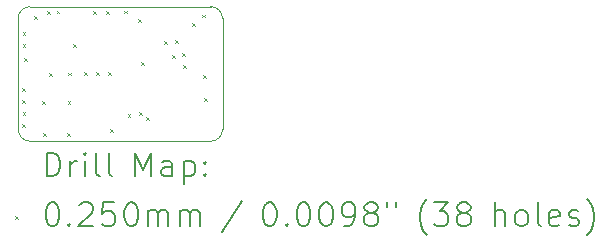
<source format=gbr>
%TF.GenerationSoftware,KiCad,Pcbnew,(7.0.0-0)*%
%TF.CreationDate,2023-05-05T13:57:36+08:00*%
%TF.ProjectId,Revolute,5265766f-6c75-4746-952e-6b696361645f,rev?*%
%TF.SameCoordinates,Original*%
%TF.FileFunction,Drillmap*%
%TF.FilePolarity,Positive*%
%FSLAX45Y45*%
G04 Gerber Fmt 4.5, Leading zero omitted, Abs format (unit mm)*
G04 Created by KiCad (PCBNEW (7.0.0-0)) date 2023-05-05 13:57:36*
%MOMM*%
%LPD*%
G01*
G04 APERTURE LIST*
%ADD10C,0.100000*%
%ADD11C,0.050000*%
%ADD12C,0.200000*%
%ADD13C,0.025000*%
G04 APERTURE END LIST*
D10*
X18230000Y-8200000D02*
X16700000Y-8200000D01*
D11*
X16700000Y-8200000D02*
G75*
G03*
X16600000Y-8300000I0J-100000D01*
G01*
X18330000Y-8300000D02*
G75*
G03*
X18230000Y-8200000I-100000J0D01*
G01*
D10*
X16600000Y-9240000D02*
X16600000Y-8300000D01*
X16700000Y-9340000D02*
X18230000Y-9340000D01*
X18330000Y-9040000D02*
X18330000Y-9240000D01*
D11*
X18230000Y-9340000D02*
G75*
G03*
X18330000Y-9240000I0J100000D01*
G01*
D10*
X18330000Y-9040000D02*
X18330000Y-8300000D01*
D11*
X16600000Y-9240000D02*
G75*
G03*
X16700000Y-9340000I100000J0D01*
G01*
D12*
D13*
X16635500Y-8888500D02*
X16660500Y-8913500D01*
X16660500Y-8888500D02*
X16635500Y-8913500D01*
X16635500Y-8990500D02*
X16660500Y-9015500D01*
X16660500Y-8990500D02*
X16635500Y-9015500D01*
X16635500Y-9192500D02*
X16660500Y-9217500D01*
X16660500Y-9192500D02*
X16635500Y-9217500D01*
X16636500Y-8417500D02*
X16661500Y-8442500D01*
X16661500Y-8417500D02*
X16636500Y-8442500D01*
X16636500Y-8519500D02*
X16661500Y-8544500D01*
X16661500Y-8519500D02*
X16636500Y-8544500D01*
X16636500Y-9089500D02*
X16661500Y-9114500D01*
X16661500Y-9089500D02*
X16636500Y-9114500D01*
X16648500Y-8635500D02*
X16673500Y-8660500D01*
X16673500Y-8635500D02*
X16648500Y-8660500D01*
X16735500Y-8280500D02*
X16760500Y-8305500D01*
X16760500Y-8280500D02*
X16735500Y-8305500D01*
X16805500Y-9002500D02*
X16830500Y-9027500D01*
X16830500Y-9002500D02*
X16805500Y-9027500D01*
X16806500Y-9271500D02*
X16831500Y-9296500D01*
X16831500Y-9271500D02*
X16806500Y-9296500D01*
X16844500Y-8234500D02*
X16869500Y-8259500D01*
X16869500Y-8234500D02*
X16844500Y-8259500D01*
X16859500Y-8759500D02*
X16884500Y-8784500D01*
X16884500Y-8759500D02*
X16859500Y-8784500D01*
X16924500Y-8233500D02*
X16949500Y-8258500D01*
X16949500Y-8233500D02*
X16924500Y-8258500D01*
X17014500Y-9271500D02*
X17039500Y-9296500D01*
X17039500Y-9271500D02*
X17014500Y-9296500D01*
X17017500Y-9003500D02*
X17042500Y-9028500D01*
X17042500Y-9003500D02*
X17017500Y-9028500D01*
X17020500Y-8758500D02*
X17045500Y-8783500D01*
X17045500Y-8758500D02*
X17020500Y-8783500D01*
X17060500Y-8516500D02*
X17085500Y-8541500D01*
X17085500Y-8516500D02*
X17060500Y-8541500D01*
X17157500Y-8757500D02*
X17182500Y-8782500D01*
X17182500Y-8757500D02*
X17157500Y-8782500D01*
X17236500Y-8237500D02*
X17261500Y-8262500D01*
X17261500Y-8237500D02*
X17236500Y-8262500D01*
X17257500Y-8757500D02*
X17282500Y-8782500D01*
X17282500Y-8757500D02*
X17257500Y-8782500D01*
X17343500Y-8237500D02*
X17368500Y-8262500D01*
X17368500Y-8237500D02*
X17343500Y-8262500D01*
X17357500Y-8757500D02*
X17382500Y-8782500D01*
X17382500Y-8757500D02*
X17357500Y-8782500D01*
X17379500Y-9238500D02*
X17404500Y-9263500D01*
X17404500Y-9238500D02*
X17379500Y-9263500D01*
X17499500Y-8233500D02*
X17524500Y-8258500D01*
X17524500Y-8233500D02*
X17499500Y-8258500D01*
X17525500Y-9113500D02*
X17550500Y-9138500D01*
X17550500Y-9113500D02*
X17525500Y-9138500D01*
X17614500Y-8309500D02*
X17639500Y-8334500D01*
X17639500Y-8309500D02*
X17614500Y-8334500D01*
X17624500Y-9093050D02*
X17649500Y-9118050D01*
X17649500Y-9093050D02*
X17624500Y-9118050D01*
X17643778Y-8668713D02*
X17668778Y-8693713D01*
X17668778Y-8668713D02*
X17643778Y-8693713D01*
X17685500Y-9131763D02*
X17710500Y-9156763D01*
X17710500Y-9131763D02*
X17685500Y-9156763D01*
X17834500Y-8494500D02*
X17859500Y-8519500D01*
X17859500Y-8494500D02*
X17834500Y-8519500D01*
X17901500Y-8606500D02*
X17926500Y-8631500D01*
X17926500Y-8606500D02*
X17901500Y-8631500D01*
X17926778Y-8482713D02*
X17951778Y-8507713D01*
X17951778Y-8482713D02*
X17926778Y-8507713D01*
X17985500Y-8591500D02*
X18010500Y-8616500D01*
X18010500Y-8591500D02*
X17985500Y-8616500D01*
X17997500Y-8692500D02*
X18022500Y-8717500D01*
X18022500Y-8692500D02*
X17997500Y-8717500D01*
X18074500Y-8335500D02*
X18099500Y-8360500D01*
X18099500Y-8335500D02*
X18074500Y-8360500D01*
X18157500Y-8267500D02*
X18182500Y-8292500D01*
X18182500Y-8267500D02*
X18157500Y-8292500D01*
X18163500Y-8783500D02*
X18188500Y-8808500D01*
X18188500Y-8783500D02*
X18163500Y-8808500D01*
X18173500Y-8974500D02*
X18198500Y-8999500D01*
X18198500Y-8974500D02*
X18173500Y-8999500D01*
D12*
X16842619Y-9638476D02*
X16842619Y-9438476D01*
X16842619Y-9438476D02*
X16890238Y-9438476D01*
X16890238Y-9438476D02*
X16918810Y-9448000D01*
X16918810Y-9448000D02*
X16937857Y-9467048D01*
X16937857Y-9467048D02*
X16947381Y-9486095D01*
X16947381Y-9486095D02*
X16956905Y-9524190D01*
X16956905Y-9524190D02*
X16956905Y-9552762D01*
X16956905Y-9552762D02*
X16947381Y-9590857D01*
X16947381Y-9590857D02*
X16937857Y-9609905D01*
X16937857Y-9609905D02*
X16918810Y-9628952D01*
X16918810Y-9628952D02*
X16890238Y-9638476D01*
X16890238Y-9638476D02*
X16842619Y-9638476D01*
X17042619Y-9638476D02*
X17042619Y-9505143D01*
X17042619Y-9543238D02*
X17052143Y-9524190D01*
X17052143Y-9524190D02*
X17061667Y-9514667D01*
X17061667Y-9514667D02*
X17080714Y-9505143D01*
X17080714Y-9505143D02*
X17099762Y-9505143D01*
X17166429Y-9638476D02*
X17166429Y-9505143D01*
X17166429Y-9438476D02*
X17156905Y-9448000D01*
X17156905Y-9448000D02*
X17166429Y-9457524D01*
X17166429Y-9457524D02*
X17175952Y-9448000D01*
X17175952Y-9448000D02*
X17166429Y-9438476D01*
X17166429Y-9438476D02*
X17166429Y-9457524D01*
X17290238Y-9638476D02*
X17271190Y-9628952D01*
X17271190Y-9628952D02*
X17261667Y-9609905D01*
X17261667Y-9609905D02*
X17261667Y-9438476D01*
X17395000Y-9638476D02*
X17375952Y-9628952D01*
X17375952Y-9628952D02*
X17366429Y-9609905D01*
X17366429Y-9609905D02*
X17366429Y-9438476D01*
X17591190Y-9638476D02*
X17591190Y-9438476D01*
X17591190Y-9438476D02*
X17657857Y-9581333D01*
X17657857Y-9581333D02*
X17724524Y-9438476D01*
X17724524Y-9438476D02*
X17724524Y-9638476D01*
X17905476Y-9638476D02*
X17905476Y-9533714D01*
X17905476Y-9533714D02*
X17895952Y-9514667D01*
X17895952Y-9514667D02*
X17876905Y-9505143D01*
X17876905Y-9505143D02*
X17838809Y-9505143D01*
X17838809Y-9505143D02*
X17819762Y-9514667D01*
X17905476Y-9628952D02*
X17886429Y-9638476D01*
X17886429Y-9638476D02*
X17838809Y-9638476D01*
X17838809Y-9638476D02*
X17819762Y-9628952D01*
X17819762Y-9628952D02*
X17810238Y-9609905D01*
X17810238Y-9609905D02*
X17810238Y-9590857D01*
X17810238Y-9590857D02*
X17819762Y-9571810D01*
X17819762Y-9571810D02*
X17838809Y-9562286D01*
X17838809Y-9562286D02*
X17886429Y-9562286D01*
X17886429Y-9562286D02*
X17905476Y-9552762D01*
X18000714Y-9505143D02*
X18000714Y-9705143D01*
X18000714Y-9514667D02*
X18019762Y-9505143D01*
X18019762Y-9505143D02*
X18057857Y-9505143D01*
X18057857Y-9505143D02*
X18076905Y-9514667D01*
X18076905Y-9514667D02*
X18086429Y-9524190D01*
X18086429Y-9524190D02*
X18095952Y-9543238D01*
X18095952Y-9543238D02*
X18095952Y-9600381D01*
X18095952Y-9600381D02*
X18086429Y-9619429D01*
X18086429Y-9619429D02*
X18076905Y-9628952D01*
X18076905Y-9628952D02*
X18057857Y-9638476D01*
X18057857Y-9638476D02*
X18019762Y-9638476D01*
X18019762Y-9638476D02*
X18000714Y-9628952D01*
X18181667Y-9619429D02*
X18191190Y-9628952D01*
X18191190Y-9628952D02*
X18181667Y-9638476D01*
X18181667Y-9638476D02*
X18172143Y-9628952D01*
X18172143Y-9628952D02*
X18181667Y-9619429D01*
X18181667Y-9619429D02*
X18181667Y-9638476D01*
X18181667Y-9514667D02*
X18191190Y-9524190D01*
X18191190Y-9524190D02*
X18181667Y-9533714D01*
X18181667Y-9533714D02*
X18172143Y-9524190D01*
X18172143Y-9524190D02*
X18181667Y-9514667D01*
X18181667Y-9514667D02*
X18181667Y-9533714D01*
D13*
X16570000Y-9972500D02*
X16595000Y-9997500D01*
X16595000Y-9972500D02*
X16570000Y-9997500D01*
D12*
X16880714Y-9858476D02*
X16899762Y-9858476D01*
X16899762Y-9858476D02*
X16918810Y-9868000D01*
X16918810Y-9868000D02*
X16928333Y-9877524D01*
X16928333Y-9877524D02*
X16937857Y-9896571D01*
X16937857Y-9896571D02*
X16947381Y-9934667D01*
X16947381Y-9934667D02*
X16947381Y-9982286D01*
X16947381Y-9982286D02*
X16937857Y-10020381D01*
X16937857Y-10020381D02*
X16928333Y-10039429D01*
X16928333Y-10039429D02*
X16918810Y-10048952D01*
X16918810Y-10048952D02*
X16899762Y-10058476D01*
X16899762Y-10058476D02*
X16880714Y-10058476D01*
X16880714Y-10058476D02*
X16861667Y-10048952D01*
X16861667Y-10048952D02*
X16852143Y-10039429D01*
X16852143Y-10039429D02*
X16842619Y-10020381D01*
X16842619Y-10020381D02*
X16833095Y-9982286D01*
X16833095Y-9982286D02*
X16833095Y-9934667D01*
X16833095Y-9934667D02*
X16842619Y-9896571D01*
X16842619Y-9896571D02*
X16852143Y-9877524D01*
X16852143Y-9877524D02*
X16861667Y-9868000D01*
X16861667Y-9868000D02*
X16880714Y-9858476D01*
X17033095Y-10039429D02*
X17042619Y-10048952D01*
X17042619Y-10048952D02*
X17033095Y-10058476D01*
X17033095Y-10058476D02*
X17023571Y-10048952D01*
X17023571Y-10048952D02*
X17033095Y-10039429D01*
X17033095Y-10039429D02*
X17033095Y-10058476D01*
X17118810Y-9877524D02*
X17128333Y-9868000D01*
X17128333Y-9868000D02*
X17147381Y-9858476D01*
X17147381Y-9858476D02*
X17195000Y-9858476D01*
X17195000Y-9858476D02*
X17214048Y-9868000D01*
X17214048Y-9868000D02*
X17223571Y-9877524D01*
X17223571Y-9877524D02*
X17233095Y-9896571D01*
X17233095Y-9896571D02*
X17233095Y-9915619D01*
X17233095Y-9915619D02*
X17223571Y-9944190D01*
X17223571Y-9944190D02*
X17109286Y-10058476D01*
X17109286Y-10058476D02*
X17233095Y-10058476D01*
X17414048Y-9858476D02*
X17318810Y-9858476D01*
X17318810Y-9858476D02*
X17309286Y-9953714D01*
X17309286Y-9953714D02*
X17318810Y-9944190D01*
X17318810Y-9944190D02*
X17337857Y-9934667D01*
X17337857Y-9934667D02*
X17385476Y-9934667D01*
X17385476Y-9934667D02*
X17404524Y-9944190D01*
X17404524Y-9944190D02*
X17414048Y-9953714D01*
X17414048Y-9953714D02*
X17423571Y-9972762D01*
X17423571Y-9972762D02*
X17423571Y-10020381D01*
X17423571Y-10020381D02*
X17414048Y-10039429D01*
X17414048Y-10039429D02*
X17404524Y-10048952D01*
X17404524Y-10048952D02*
X17385476Y-10058476D01*
X17385476Y-10058476D02*
X17337857Y-10058476D01*
X17337857Y-10058476D02*
X17318810Y-10048952D01*
X17318810Y-10048952D02*
X17309286Y-10039429D01*
X17547381Y-9858476D02*
X17566429Y-9858476D01*
X17566429Y-9858476D02*
X17585476Y-9868000D01*
X17585476Y-9868000D02*
X17595000Y-9877524D01*
X17595000Y-9877524D02*
X17604524Y-9896571D01*
X17604524Y-9896571D02*
X17614048Y-9934667D01*
X17614048Y-9934667D02*
X17614048Y-9982286D01*
X17614048Y-9982286D02*
X17604524Y-10020381D01*
X17604524Y-10020381D02*
X17595000Y-10039429D01*
X17595000Y-10039429D02*
X17585476Y-10048952D01*
X17585476Y-10048952D02*
X17566429Y-10058476D01*
X17566429Y-10058476D02*
X17547381Y-10058476D01*
X17547381Y-10058476D02*
X17528333Y-10048952D01*
X17528333Y-10048952D02*
X17518810Y-10039429D01*
X17518810Y-10039429D02*
X17509286Y-10020381D01*
X17509286Y-10020381D02*
X17499762Y-9982286D01*
X17499762Y-9982286D02*
X17499762Y-9934667D01*
X17499762Y-9934667D02*
X17509286Y-9896571D01*
X17509286Y-9896571D02*
X17518810Y-9877524D01*
X17518810Y-9877524D02*
X17528333Y-9868000D01*
X17528333Y-9868000D02*
X17547381Y-9858476D01*
X17699762Y-10058476D02*
X17699762Y-9925143D01*
X17699762Y-9944190D02*
X17709286Y-9934667D01*
X17709286Y-9934667D02*
X17728333Y-9925143D01*
X17728333Y-9925143D02*
X17756905Y-9925143D01*
X17756905Y-9925143D02*
X17775952Y-9934667D01*
X17775952Y-9934667D02*
X17785476Y-9953714D01*
X17785476Y-9953714D02*
X17785476Y-10058476D01*
X17785476Y-9953714D02*
X17795000Y-9934667D01*
X17795000Y-9934667D02*
X17814048Y-9925143D01*
X17814048Y-9925143D02*
X17842619Y-9925143D01*
X17842619Y-9925143D02*
X17861667Y-9934667D01*
X17861667Y-9934667D02*
X17871191Y-9953714D01*
X17871191Y-9953714D02*
X17871191Y-10058476D01*
X17966429Y-10058476D02*
X17966429Y-9925143D01*
X17966429Y-9944190D02*
X17975952Y-9934667D01*
X17975952Y-9934667D02*
X17995000Y-9925143D01*
X17995000Y-9925143D02*
X18023572Y-9925143D01*
X18023572Y-9925143D02*
X18042619Y-9934667D01*
X18042619Y-9934667D02*
X18052143Y-9953714D01*
X18052143Y-9953714D02*
X18052143Y-10058476D01*
X18052143Y-9953714D02*
X18061667Y-9934667D01*
X18061667Y-9934667D02*
X18080714Y-9925143D01*
X18080714Y-9925143D02*
X18109286Y-9925143D01*
X18109286Y-9925143D02*
X18128333Y-9934667D01*
X18128333Y-9934667D02*
X18137857Y-9953714D01*
X18137857Y-9953714D02*
X18137857Y-10058476D01*
X18495952Y-9848952D02*
X18324524Y-10106095D01*
X18720714Y-9858476D02*
X18739762Y-9858476D01*
X18739762Y-9858476D02*
X18758810Y-9868000D01*
X18758810Y-9868000D02*
X18768333Y-9877524D01*
X18768333Y-9877524D02*
X18777857Y-9896571D01*
X18777857Y-9896571D02*
X18787381Y-9934667D01*
X18787381Y-9934667D02*
X18787381Y-9982286D01*
X18787381Y-9982286D02*
X18777857Y-10020381D01*
X18777857Y-10020381D02*
X18768333Y-10039429D01*
X18768333Y-10039429D02*
X18758810Y-10048952D01*
X18758810Y-10048952D02*
X18739762Y-10058476D01*
X18739762Y-10058476D02*
X18720714Y-10058476D01*
X18720714Y-10058476D02*
X18701667Y-10048952D01*
X18701667Y-10048952D02*
X18692143Y-10039429D01*
X18692143Y-10039429D02*
X18682619Y-10020381D01*
X18682619Y-10020381D02*
X18673095Y-9982286D01*
X18673095Y-9982286D02*
X18673095Y-9934667D01*
X18673095Y-9934667D02*
X18682619Y-9896571D01*
X18682619Y-9896571D02*
X18692143Y-9877524D01*
X18692143Y-9877524D02*
X18701667Y-9868000D01*
X18701667Y-9868000D02*
X18720714Y-9858476D01*
X18873095Y-10039429D02*
X18882619Y-10048952D01*
X18882619Y-10048952D02*
X18873095Y-10058476D01*
X18873095Y-10058476D02*
X18863572Y-10048952D01*
X18863572Y-10048952D02*
X18873095Y-10039429D01*
X18873095Y-10039429D02*
X18873095Y-10058476D01*
X19006429Y-9858476D02*
X19025476Y-9858476D01*
X19025476Y-9858476D02*
X19044524Y-9868000D01*
X19044524Y-9868000D02*
X19054048Y-9877524D01*
X19054048Y-9877524D02*
X19063572Y-9896571D01*
X19063572Y-9896571D02*
X19073095Y-9934667D01*
X19073095Y-9934667D02*
X19073095Y-9982286D01*
X19073095Y-9982286D02*
X19063572Y-10020381D01*
X19063572Y-10020381D02*
X19054048Y-10039429D01*
X19054048Y-10039429D02*
X19044524Y-10048952D01*
X19044524Y-10048952D02*
X19025476Y-10058476D01*
X19025476Y-10058476D02*
X19006429Y-10058476D01*
X19006429Y-10058476D02*
X18987381Y-10048952D01*
X18987381Y-10048952D02*
X18977857Y-10039429D01*
X18977857Y-10039429D02*
X18968333Y-10020381D01*
X18968333Y-10020381D02*
X18958810Y-9982286D01*
X18958810Y-9982286D02*
X18958810Y-9934667D01*
X18958810Y-9934667D02*
X18968333Y-9896571D01*
X18968333Y-9896571D02*
X18977857Y-9877524D01*
X18977857Y-9877524D02*
X18987381Y-9868000D01*
X18987381Y-9868000D02*
X19006429Y-9858476D01*
X19196905Y-9858476D02*
X19215953Y-9858476D01*
X19215953Y-9858476D02*
X19235000Y-9868000D01*
X19235000Y-9868000D02*
X19244524Y-9877524D01*
X19244524Y-9877524D02*
X19254048Y-9896571D01*
X19254048Y-9896571D02*
X19263572Y-9934667D01*
X19263572Y-9934667D02*
X19263572Y-9982286D01*
X19263572Y-9982286D02*
X19254048Y-10020381D01*
X19254048Y-10020381D02*
X19244524Y-10039429D01*
X19244524Y-10039429D02*
X19235000Y-10048952D01*
X19235000Y-10048952D02*
X19215953Y-10058476D01*
X19215953Y-10058476D02*
X19196905Y-10058476D01*
X19196905Y-10058476D02*
X19177857Y-10048952D01*
X19177857Y-10048952D02*
X19168333Y-10039429D01*
X19168333Y-10039429D02*
X19158810Y-10020381D01*
X19158810Y-10020381D02*
X19149286Y-9982286D01*
X19149286Y-9982286D02*
X19149286Y-9934667D01*
X19149286Y-9934667D02*
X19158810Y-9896571D01*
X19158810Y-9896571D02*
X19168333Y-9877524D01*
X19168333Y-9877524D02*
X19177857Y-9868000D01*
X19177857Y-9868000D02*
X19196905Y-9858476D01*
X19358810Y-10058476D02*
X19396905Y-10058476D01*
X19396905Y-10058476D02*
X19415953Y-10048952D01*
X19415953Y-10048952D02*
X19425476Y-10039429D01*
X19425476Y-10039429D02*
X19444524Y-10010857D01*
X19444524Y-10010857D02*
X19454048Y-9972762D01*
X19454048Y-9972762D02*
X19454048Y-9896571D01*
X19454048Y-9896571D02*
X19444524Y-9877524D01*
X19444524Y-9877524D02*
X19435000Y-9868000D01*
X19435000Y-9868000D02*
X19415953Y-9858476D01*
X19415953Y-9858476D02*
X19377857Y-9858476D01*
X19377857Y-9858476D02*
X19358810Y-9868000D01*
X19358810Y-9868000D02*
X19349286Y-9877524D01*
X19349286Y-9877524D02*
X19339762Y-9896571D01*
X19339762Y-9896571D02*
X19339762Y-9944190D01*
X19339762Y-9944190D02*
X19349286Y-9963238D01*
X19349286Y-9963238D02*
X19358810Y-9972762D01*
X19358810Y-9972762D02*
X19377857Y-9982286D01*
X19377857Y-9982286D02*
X19415953Y-9982286D01*
X19415953Y-9982286D02*
X19435000Y-9972762D01*
X19435000Y-9972762D02*
X19444524Y-9963238D01*
X19444524Y-9963238D02*
X19454048Y-9944190D01*
X19568333Y-9944190D02*
X19549286Y-9934667D01*
X19549286Y-9934667D02*
X19539762Y-9925143D01*
X19539762Y-9925143D02*
X19530238Y-9906095D01*
X19530238Y-9906095D02*
X19530238Y-9896571D01*
X19530238Y-9896571D02*
X19539762Y-9877524D01*
X19539762Y-9877524D02*
X19549286Y-9868000D01*
X19549286Y-9868000D02*
X19568333Y-9858476D01*
X19568333Y-9858476D02*
X19606429Y-9858476D01*
X19606429Y-9858476D02*
X19625476Y-9868000D01*
X19625476Y-9868000D02*
X19635000Y-9877524D01*
X19635000Y-9877524D02*
X19644524Y-9896571D01*
X19644524Y-9896571D02*
X19644524Y-9906095D01*
X19644524Y-9906095D02*
X19635000Y-9925143D01*
X19635000Y-9925143D02*
X19625476Y-9934667D01*
X19625476Y-9934667D02*
X19606429Y-9944190D01*
X19606429Y-9944190D02*
X19568333Y-9944190D01*
X19568333Y-9944190D02*
X19549286Y-9953714D01*
X19549286Y-9953714D02*
X19539762Y-9963238D01*
X19539762Y-9963238D02*
X19530238Y-9982286D01*
X19530238Y-9982286D02*
X19530238Y-10020381D01*
X19530238Y-10020381D02*
X19539762Y-10039429D01*
X19539762Y-10039429D02*
X19549286Y-10048952D01*
X19549286Y-10048952D02*
X19568333Y-10058476D01*
X19568333Y-10058476D02*
X19606429Y-10058476D01*
X19606429Y-10058476D02*
X19625476Y-10048952D01*
X19625476Y-10048952D02*
X19635000Y-10039429D01*
X19635000Y-10039429D02*
X19644524Y-10020381D01*
X19644524Y-10020381D02*
X19644524Y-9982286D01*
X19644524Y-9982286D02*
X19635000Y-9963238D01*
X19635000Y-9963238D02*
X19625476Y-9953714D01*
X19625476Y-9953714D02*
X19606429Y-9944190D01*
X19720714Y-9858476D02*
X19720714Y-9896571D01*
X19796905Y-9858476D02*
X19796905Y-9896571D01*
X20059762Y-10134667D02*
X20050238Y-10125143D01*
X20050238Y-10125143D02*
X20031191Y-10096571D01*
X20031191Y-10096571D02*
X20021667Y-10077524D01*
X20021667Y-10077524D02*
X20012143Y-10048952D01*
X20012143Y-10048952D02*
X20002619Y-10001333D01*
X20002619Y-10001333D02*
X20002619Y-9963238D01*
X20002619Y-9963238D02*
X20012143Y-9915619D01*
X20012143Y-9915619D02*
X20021667Y-9887048D01*
X20021667Y-9887048D02*
X20031191Y-9868000D01*
X20031191Y-9868000D02*
X20050238Y-9839429D01*
X20050238Y-9839429D02*
X20059762Y-9829905D01*
X20116905Y-9858476D02*
X20240714Y-9858476D01*
X20240714Y-9858476D02*
X20174048Y-9934667D01*
X20174048Y-9934667D02*
X20202619Y-9934667D01*
X20202619Y-9934667D02*
X20221667Y-9944190D01*
X20221667Y-9944190D02*
X20231191Y-9953714D01*
X20231191Y-9953714D02*
X20240714Y-9972762D01*
X20240714Y-9972762D02*
X20240714Y-10020381D01*
X20240714Y-10020381D02*
X20231191Y-10039429D01*
X20231191Y-10039429D02*
X20221667Y-10048952D01*
X20221667Y-10048952D02*
X20202619Y-10058476D01*
X20202619Y-10058476D02*
X20145476Y-10058476D01*
X20145476Y-10058476D02*
X20126429Y-10048952D01*
X20126429Y-10048952D02*
X20116905Y-10039429D01*
X20355000Y-9944190D02*
X20335953Y-9934667D01*
X20335953Y-9934667D02*
X20326429Y-9925143D01*
X20326429Y-9925143D02*
X20316905Y-9906095D01*
X20316905Y-9906095D02*
X20316905Y-9896571D01*
X20316905Y-9896571D02*
X20326429Y-9877524D01*
X20326429Y-9877524D02*
X20335953Y-9868000D01*
X20335953Y-9868000D02*
X20355000Y-9858476D01*
X20355000Y-9858476D02*
X20393095Y-9858476D01*
X20393095Y-9858476D02*
X20412143Y-9868000D01*
X20412143Y-9868000D02*
X20421667Y-9877524D01*
X20421667Y-9877524D02*
X20431191Y-9896571D01*
X20431191Y-9896571D02*
X20431191Y-9906095D01*
X20431191Y-9906095D02*
X20421667Y-9925143D01*
X20421667Y-9925143D02*
X20412143Y-9934667D01*
X20412143Y-9934667D02*
X20393095Y-9944190D01*
X20393095Y-9944190D02*
X20355000Y-9944190D01*
X20355000Y-9944190D02*
X20335953Y-9953714D01*
X20335953Y-9953714D02*
X20326429Y-9963238D01*
X20326429Y-9963238D02*
X20316905Y-9982286D01*
X20316905Y-9982286D02*
X20316905Y-10020381D01*
X20316905Y-10020381D02*
X20326429Y-10039429D01*
X20326429Y-10039429D02*
X20335953Y-10048952D01*
X20335953Y-10048952D02*
X20355000Y-10058476D01*
X20355000Y-10058476D02*
X20393095Y-10058476D01*
X20393095Y-10058476D02*
X20412143Y-10048952D01*
X20412143Y-10048952D02*
X20421667Y-10039429D01*
X20421667Y-10039429D02*
X20431191Y-10020381D01*
X20431191Y-10020381D02*
X20431191Y-9982286D01*
X20431191Y-9982286D02*
X20421667Y-9963238D01*
X20421667Y-9963238D02*
X20412143Y-9953714D01*
X20412143Y-9953714D02*
X20393095Y-9944190D01*
X20636905Y-10058476D02*
X20636905Y-9858476D01*
X20722619Y-10058476D02*
X20722619Y-9953714D01*
X20722619Y-9953714D02*
X20713095Y-9934667D01*
X20713095Y-9934667D02*
X20694048Y-9925143D01*
X20694048Y-9925143D02*
X20665476Y-9925143D01*
X20665476Y-9925143D02*
X20646429Y-9934667D01*
X20646429Y-9934667D02*
X20636905Y-9944190D01*
X20846429Y-10058476D02*
X20827381Y-10048952D01*
X20827381Y-10048952D02*
X20817857Y-10039429D01*
X20817857Y-10039429D02*
X20808334Y-10020381D01*
X20808334Y-10020381D02*
X20808334Y-9963238D01*
X20808334Y-9963238D02*
X20817857Y-9944190D01*
X20817857Y-9944190D02*
X20827381Y-9934667D01*
X20827381Y-9934667D02*
X20846429Y-9925143D01*
X20846429Y-9925143D02*
X20875000Y-9925143D01*
X20875000Y-9925143D02*
X20894048Y-9934667D01*
X20894048Y-9934667D02*
X20903572Y-9944190D01*
X20903572Y-9944190D02*
X20913095Y-9963238D01*
X20913095Y-9963238D02*
X20913095Y-10020381D01*
X20913095Y-10020381D02*
X20903572Y-10039429D01*
X20903572Y-10039429D02*
X20894048Y-10048952D01*
X20894048Y-10048952D02*
X20875000Y-10058476D01*
X20875000Y-10058476D02*
X20846429Y-10058476D01*
X21027381Y-10058476D02*
X21008334Y-10048952D01*
X21008334Y-10048952D02*
X20998810Y-10029905D01*
X20998810Y-10029905D02*
X20998810Y-9858476D01*
X21179762Y-10048952D02*
X21160715Y-10058476D01*
X21160715Y-10058476D02*
X21122619Y-10058476D01*
X21122619Y-10058476D02*
X21103572Y-10048952D01*
X21103572Y-10048952D02*
X21094048Y-10029905D01*
X21094048Y-10029905D02*
X21094048Y-9953714D01*
X21094048Y-9953714D02*
X21103572Y-9934667D01*
X21103572Y-9934667D02*
X21122619Y-9925143D01*
X21122619Y-9925143D02*
X21160715Y-9925143D01*
X21160715Y-9925143D02*
X21179762Y-9934667D01*
X21179762Y-9934667D02*
X21189286Y-9953714D01*
X21189286Y-9953714D02*
X21189286Y-9972762D01*
X21189286Y-9972762D02*
X21094048Y-9991810D01*
X21265476Y-10048952D02*
X21284524Y-10058476D01*
X21284524Y-10058476D02*
X21322619Y-10058476D01*
X21322619Y-10058476D02*
X21341667Y-10048952D01*
X21341667Y-10048952D02*
X21351191Y-10029905D01*
X21351191Y-10029905D02*
X21351191Y-10020381D01*
X21351191Y-10020381D02*
X21341667Y-10001333D01*
X21341667Y-10001333D02*
X21322619Y-9991810D01*
X21322619Y-9991810D02*
X21294048Y-9991810D01*
X21294048Y-9991810D02*
X21275000Y-9982286D01*
X21275000Y-9982286D02*
X21265476Y-9963238D01*
X21265476Y-9963238D02*
X21265476Y-9953714D01*
X21265476Y-9953714D02*
X21275000Y-9934667D01*
X21275000Y-9934667D02*
X21294048Y-9925143D01*
X21294048Y-9925143D02*
X21322619Y-9925143D01*
X21322619Y-9925143D02*
X21341667Y-9934667D01*
X21417857Y-10134667D02*
X21427381Y-10125143D01*
X21427381Y-10125143D02*
X21446429Y-10096571D01*
X21446429Y-10096571D02*
X21455953Y-10077524D01*
X21455953Y-10077524D02*
X21465476Y-10048952D01*
X21465476Y-10048952D02*
X21475000Y-10001333D01*
X21475000Y-10001333D02*
X21475000Y-9963238D01*
X21475000Y-9963238D02*
X21465476Y-9915619D01*
X21465476Y-9915619D02*
X21455953Y-9887048D01*
X21455953Y-9887048D02*
X21446429Y-9868000D01*
X21446429Y-9868000D02*
X21427381Y-9839429D01*
X21427381Y-9839429D02*
X21417857Y-9829905D01*
M02*

</source>
